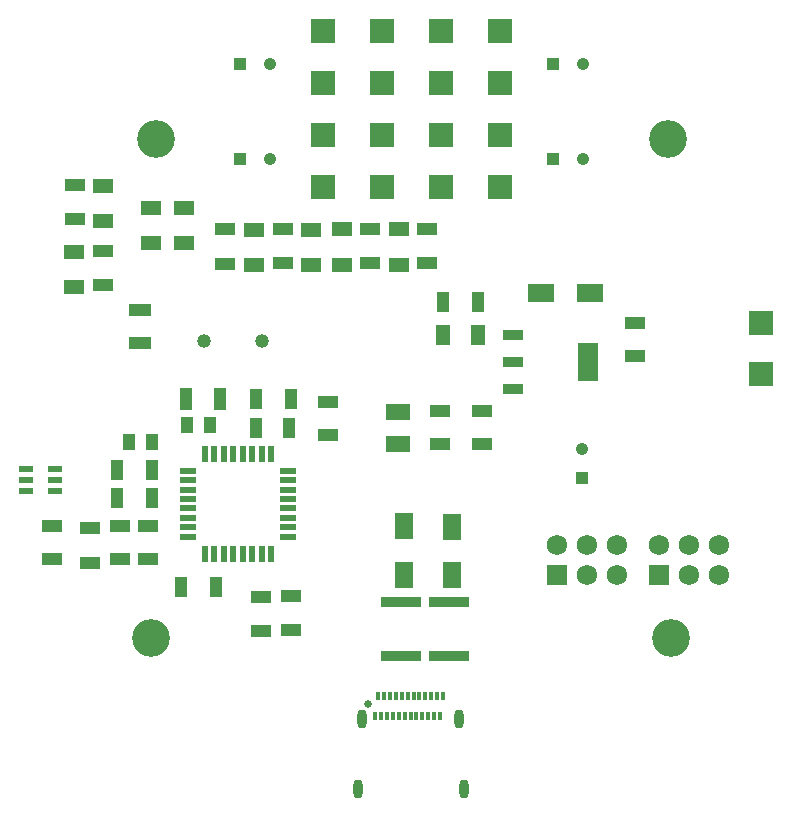
<source format=gts>
G04 #@! TF.GenerationSoftware,KiCad,Pcbnew,(5.1.9)-1*
G04 #@! TF.CreationDate,2021-04-13T17:11:41+02:00*
G04 #@! TF.ProjectId,sh_control,73685f63-6f6e-4747-926f-6c2e6b696361,rev?*
G04 #@! TF.SameCoordinates,Original*
G04 #@! TF.FileFunction,Soldermask,Top*
G04 #@! TF.FilePolarity,Negative*
%FSLAX46Y46*%
G04 Gerber Fmt 4.6, Leading zero omitted, Abs format (unit mm)*
G04 Created by KiCad (PCBNEW (5.1.9)-1) date 2021-04-13 17:11:41*
%MOMM*%
%LPD*%
G01*
G04 APERTURE LIST*
%ADD10R,0.600000X1.475000*%
%ADD11R,1.475000X0.600000*%
%ADD12R,1.050000X1.400000*%
%ADD13R,2.000000X2.000000*%
%ADD14C,1.192000*%
%ADD15R,1.200000X1.800000*%
%ADD16R,1.050000X1.800000*%
%ADD17R,1.800000X1.200000*%
%ADD18R,1.700000X1.100000*%
%ADD19R,1.050000X1.750000*%
%ADD20R,1.800000X1.050000*%
%ADD21R,1.100000X1.700000*%
%ADD22C,1.725000*%
%ADD23R,1.725000X1.725000*%
%ADD24O,0.800000X1.600000*%
%ADD25C,0.650000*%
%ADD26R,0.300000X0.700000*%
%ADD27R,1.750000X3.200000*%
%ADD28R,1.750000X0.950000*%
%ADD29R,1.200000X0.600000*%
%ADD30C,3.200000*%
%ADD31R,3.430000X0.850000*%
%ADD32R,1.600000X2.250000*%
%ADD33R,2.250000X1.600000*%
%ADD34C,1.050000*%
%ADD35R,1.050000X1.050000*%
%ADD36R,1.820000X1.020000*%
%ADD37R,1.820000X1.050000*%
%ADD38R,2.110000X1.350000*%
%ADD39R,1.020000X1.820000*%
%ADD40R,1.870000X1.030000*%
%ADD41R,1.030000X1.870000*%
G04 APERTURE END LIST*
D10*
X69550000Y-111912000D03*
X70350000Y-111912000D03*
X71150000Y-111912000D03*
X71950000Y-111912000D03*
X72750000Y-111912000D03*
X73550000Y-111912000D03*
X74350000Y-111912000D03*
X75150000Y-111912000D03*
D11*
X76588000Y-113350000D03*
X76588000Y-114150000D03*
X76588000Y-114950000D03*
X76588000Y-115750000D03*
X76588000Y-116550000D03*
X76588000Y-117350000D03*
X76588000Y-118150000D03*
X76588000Y-118950000D03*
D10*
X75150000Y-120388000D03*
X74350000Y-120388000D03*
X73550000Y-120388000D03*
X72750000Y-120388000D03*
X71950000Y-120388000D03*
X71150000Y-120388000D03*
X70350000Y-120388000D03*
X69550000Y-120388000D03*
D11*
X68112000Y-118950000D03*
X68112000Y-118150000D03*
X68112000Y-117350000D03*
X68112000Y-116550000D03*
X68112000Y-115750000D03*
X68112000Y-114950000D03*
X68112000Y-114150000D03*
X68112000Y-113350000D03*
D12*
X68050000Y-109520000D03*
X69950000Y-109520000D03*
D13*
X94540000Y-89340000D03*
X89540000Y-89340000D03*
X84540000Y-89340000D03*
X79540000Y-89340000D03*
X94540000Y-76170000D03*
X89540000Y-76170000D03*
X84540000Y-76170000D03*
X79540000Y-76170000D03*
X94540000Y-80560000D03*
X89540000Y-80560000D03*
X84540000Y-80560000D03*
X79540000Y-80560000D03*
X94540000Y-84950000D03*
X89540000Y-84950000D03*
X84540000Y-84950000D03*
X79540000Y-84950000D03*
X116586000Y-100838000D03*
X116586000Y-105156000D03*
D14*
X69460000Y-102350000D03*
X74340000Y-102350000D03*
D15*
X89686000Y-101854000D03*
X92686000Y-101854000D03*
D16*
X89686000Y-99060000D03*
X92686000Y-99060000D03*
D17*
X73730000Y-92940000D03*
X73730000Y-95940000D03*
X85970000Y-95900000D03*
X85970000Y-92900000D03*
X78540000Y-92950000D03*
X78540000Y-95950000D03*
D18*
X76140000Y-92890000D03*
X76140000Y-95790000D03*
X71250000Y-92930000D03*
X71250000Y-95830000D03*
X88360000Y-92850000D03*
X88360000Y-95750000D03*
X83520000Y-92850000D03*
X83520000Y-95750000D03*
D17*
X67802000Y-91080000D03*
X67802000Y-94080000D03*
D18*
X76810000Y-126850000D03*
X76810000Y-123950000D03*
D19*
X76800000Y-107290000D03*
X73900000Y-107290000D03*
D17*
X65008000Y-91080000D03*
X65008000Y-94080000D03*
D18*
X74260000Y-126910000D03*
X74260000Y-124010000D03*
D17*
X58430000Y-94800000D03*
X58430000Y-97800000D03*
D18*
X60890000Y-97630000D03*
X60890000Y-94730000D03*
D17*
X60920000Y-89250000D03*
X60920000Y-92250000D03*
D18*
X58550000Y-92080000D03*
X58550000Y-89180000D03*
D19*
X67560000Y-123220000D03*
X70460000Y-123220000D03*
D17*
X81110000Y-95900000D03*
X81110000Y-92900000D03*
D12*
X65030000Y-110910000D03*
X63130000Y-110910000D03*
D20*
X59830000Y-121170000D03*
X59830000Y-118170000D03*
D21*
X65030000Y-113310000D03*
X62130000Y-113310000D03*
X65030000Y-115680000D03*
X62130000Y-115680000D03*
D22*
X113030000Y-119634000D03*
X113030000Y-122174000D03*
X110490000Y-119634000D03*
X110490000Y-122174000D03*
X107950000Y-119634000D03*
D23*
X107950000Y-122174000D03*
D22*
X104394000Y-119634000D03*
X104394000Y-122174000D03*
X101854000Y-119634000D03*
X101854000Y-122174000D03*
X99314000Y-119634000D03*
D23*
X99314000Y-122174000D03*
D24*
X82824360Y-134361240D03*
X91084360Y-134361240D03*
X91444360Y-140311240D03*
D25*
X83354360Y-133111240D03*
D26*
X89704360Y-132451240D03*
X89204360Y-132451240D03*
X88704360Y-132451240D03*
X88204360Y-132451240D03*
X87704360Y-132451240D03*
X87204360Y-132451240D03*
X86704360Y-132451240D03*
X86204360Y-132451240D03*
X85704360Y-132451240D03*
X85204360Y-132451240D03*
X84704360Y-132451240D03*
X83954360Y-134151240D03*
X84454360Y-134151240D03*
X84954360Y-134151240D03*
X85454360Y-134151240D03*
X85954360Y-134151240D03*
X86454360Y-134151240D03*
X86954360Y-134151240D03*
X87454360Y-134151240D03*
X87954360Y-134151240D03*
X88454360Y-134151240D03*
X88954360Y-134151240D03*
X89454360Y-134151240D03*
X84204360Y-132451240D03*
D24*
X82464360Y-140311240D03*
D27*
X101956000Y-104140000D03*
D28*
X95656000Y-106440000D03*
X95656000Y-104140000D03*
X95656000Y-101840000D03*
D29*
X56890000Y-113180000D03*
X56890000Y-114130000D03*
X56890000Y-115080000D03*
X54390000Y-115080000D03*
X54390000Y-114130000D03*
X54390000Y-113180000D03*
D30*
X109010000Y-127520000D03*
X65020000Y-127520000D03*
X108760000Y-85290000D03*
X65440000Y-85290000D03*
D31*
X86106000Y-124446000D03*
X86106000Y-129046000D03*
X90170000Y-124446000D03*
X90170000Y-129046000D03*
D32*
X86360000Y-122174000D03*
X86360000Y-118074000D03*
X90424000Y-122192000D03*
X90424000Y-118092000D03*
D33*
X102126000Y-98298000D03*
X98026000Y-98298000D03*
D34*
X101540000Y-86950000D03*
D35*
X99040000Y-86950000D03*
D34*
X101540000Y-78950000D03*
D35*
X99040000Y-78950000D03*
D34*
X75040000Y-86950000D03*
D35*
X72540000Y-86950000D03*
D34*
X75040000Y-78950000D03*
D35*
X72540000Y-78950000D03*
D36*
X105918000Y-103632000D03*
X105918000Y-100832000D03*
D34*
X101500000Y-111480000D03*
D35*
X101500000Y-113980000D03*
D36*
X92964000Y-111128000D03*
X92964000Y-108328000D03*
D37*
X89408000Y-111118000D03*
X89408000Y-108338000D03*
D38*
X85852000Y-108348000D03*
X85852000Y-111108000D03*
D39*
X73850000Y-109750000D03*
X76650000Y-109750000D03*
D37*
X79950000Y-110360000D03*
X79950000Y-107580000D03*
D40*
X64060000Y-99730000D03*
X64060000Y-102570000D03*
D36*
X56620000Y-120860000D03*
X56620000Y-118060000D03*
D41*
X67980000Y-107310000D03*
X70820000Y-107310000D03*
D36*
X64740000Y-118070000D03*
X64740000Y-120870000D03*
D37*
X62360000Y-118070000D03*
X62360000Y-120850000D03*
M02*

</source>
